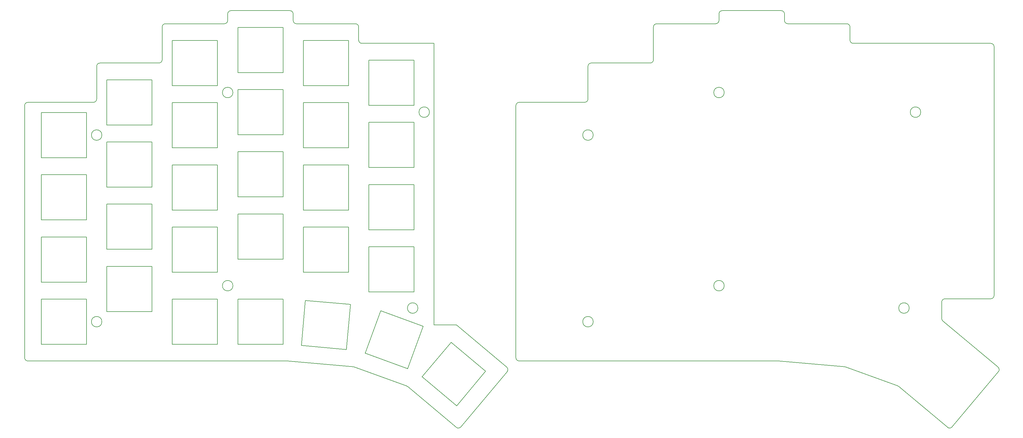
<source format=gbr>
%TF.GenerationSoftware,KiCad,Pcbnew,8.0.4*%
%TF.CreationDate,2024-08-10T13:46:29-06:00*%
%TF.ProjectId,top_bottom_plate,746f705f-626f-4747-946f-6d5f706c6174,0.1*%
%TF.SameCoordinates,Original*%
%TF.FileFunction,Profile,NP*%
%FSLAX46Y46*%
G04 Gerber Fmt 4.6, Leading zero omitted, Abs format (unit mm)*
G04 Created by KiCad (PCBNEW 8.0.4) date 2024-08-10 13:46:29*
%MOMM*%
%LPD*%
G01*
G04 APERTURE LIST*
%TA.AperFunction,Profile*%
%ADD10C,0.150000*%
%TD*%
G04 APERTURE END LIST*
D10*
X29000000Y-132000000D02*
X108002355Y-132000000D01*
X28000000Y-131000000D02*
X28000000Y-54000000D01*
X29000000Y-53000000D02*
X49000000Y-53000000D01*
X51000000Y-41000000D02*
X69000000Y-41000000D01*
X50000000Y-52000000D02*
X50000000Y-42000000D01*
X71000000Y-29000000D02*
X89000000Y-29000000D01*
X70000000Y-40000000D02*
X70000000Y-30000000D01*
X91000000Y-25000000D02*
X109000000Y-25000000D01*
X110000000Y-26000000D02*
X110000000Y-28000000D01*
X90000000Y-28000000D02*
X90000000Y-26000000D01*
X111000000Y-29000000D02*
X129000000Y-29000000D01*
X130000000Y-30000000D02*
X130000000Y-34000000D01*
X131000000Y-35000000D02*
X153000000Y-35000000D01*
X108089511Y-132003805D02*
X128457048Y-133785734D01*
X128711912Y-133842236D02*
X144613458Y-139629925D01*
X159842371Y-121000000D02*
X175189257Y-133877566D01*
X161171186Y-152139376D02*
X175312514Y-135286398D01*
X144914226Y-139803574D02*
X159762354Y-152262633D01*
X29000000Y-132000000D02*
G75*
G02*
X28000000Y-131000000I0J1000000D01*
G01*
X28000000Y-54000000D02*
G75*
G02*
X29000000Y-53000000I1000000J0D01*
G01*
X50000000Y-52000000D02*
G75*
G02*
X49000000Y-53000000I-1000000J0D01*
G01*
X50000000Y-42000000D02*
G75*
G02*
X51000000Y-41000000I1000000J0D01*
G01*
X70000000Y-40000000D02*
G75*
G02*
X69000000Y-41000000I-1000000J0D01*
G01*
X70000000Y-30000000D02*
G75*
G02*
X71000000Y-29000000I1000000J0D01*
G01*
X90000000Y-28000000D02*
G75*
G02*
X89000000Y-29000000I-1000000J0D01*
G01*
X90000000Y-26000000D02*
G75*
G02*
X91000000Y-25000000I1000000J0D01*
G01*
X109000000Y-25000000D02*
G75*
G02*
X110000000Y-26000000I0J-1000000D01*
G01*
X111000000Y-29000000D02*
G75*
G02*
X110000000Y-28000000I0J1000000D01*
G01*
X129000000Y-29000000D02*
G75*
G02*
X130000000Y-30000000I0J-1000000D01*
G01*
X131000000Y-35000000D02*
G75*
G02*
X130000000Y-34000000I0J1000000D01*
G01*
X175189257Y-133877566D02*
G75*
G02*
X175312506Y-135286391I-642757J-766034D01*
G01*
X161171186Y-152139376D02*
G75*
G02*
X159762316Y-152262679I-766086J642776D01*
G01*
X144613458Y-139629925D02*
G75*
G02*
X144914217Y-139803585I-342058J-939675D01*
G01*
X128457048Y-133785734D02*
G75*
G02*
X128711914Y-133842230I-87148J-996266D01*
G01*
X108002355Y-132000000D02*
G75*
G02*
X108089511Y-132003809I-55J-1000400D01*
G01*
X33100000Y-126900000D02*
X46900000Y-126900000D01*
X46900000Y-126900000D02*
X46900000Y-113100000D01*
X46900000Y-113100000D02*
X33100000Y-113100000D01*
X33100000Y-113100000D02*
X33100000Y-126900000D01*
X33100000Y-107900000D02*
X46900000Y-107900000D01*
X46900000Y-107900000D02*
X46900000Y-94100000D01*
X46900000Y-94100000D02*
X33100000Y-94100000D01*
X33100000Y-94100000D02*
X33100000Y-107900000D01*
X33100000Y-88900000D02*
X46900000Y-88900000D01*
X46900000Y-88900000D02*
X46900000Y-75100000D01*
X46900000Y-75100000D02*
X33100000Y-75100000D01*
X33100000Y-75100000D02*
X33100000Y-88900000D01*
X33100000Y-69900000D02*
X46900000Y-69900000D01*
X46900000Y-69900000D02*
X46900000Y-56100000D01*
X46900000Y-56100000D02*
X33100000Y-56100000D01*
X33100000Y-56100000D02*
X33100000Y-69900000D01*
X53100000Y-116900000D02*
X66900000Y-116900000D01*
X66900000Y-116900000D02*
X66900000Y-103100000D01*
X66900000Y-103100000D02*
X53100000Y-103100000D01*
X53100000Y-103100000D02*
X53100000Y-116900000D01*
X53100000Y-97900000D02*
X66900000Y-97900000D01*
X66900000Y-97900000D02*
X66900000Y-84100000D01*
X66900000Y-84100000D02*
X53100000Y-84100000D01*
X53100000Y-84100000D02*
X53100000Y-97900000D01*
X53100000Y-78900000D02*
X66900000Y-78900000D01*
X66900000Y-78900000D02*
X66900000Y-65100000D01*
X66900000Y-65100000D02*
X53100000Y-65100000D01*
X53100000Y-65100000D02*
X53100000Y-78900000D01*
X53100000Y-59900000D02*
X66900000Y-59900000D01*
X66900000Y-59900000D02*
X66900000Y-46100000D01*
X66900000Y-46100000D02*
X53100000Y-46100000D01*
X53100000Y-46100000D02*
X53100000Y-59900000D01*
X73100000Y-104900000D02*
X86900000Y-104900000D01*
X86900000Y-104900000D02*
X86900000Y-91100000D01*
X86900000Y-91100000D02*
X73100000Y-91100000D01*
X73100000Y-91100000D02*
X73100000Y-104900000D01*
X73100000Y-85900000D02*
X86900000Y-85900000D01*
X86900000Y-85900000D02*
X86900000Y-72100000D01*
X86900000Y-72100000D02*
X73100000Y-72100000D01*
X73100000Y-72100000D02*
X73100000Y-85900000D01*
X73100000Y-66900000D02*
X86900000Y-66900000D01*
X86900000Y-66900000D02*
X86900000Y-53100000D01*
X86900000Y-53100000D02*
X73100000Y-53100000D01*
X73100000Y-53100000D02*
X73100000Y-66900000D01*
X73100000Y-47900000D02*
X86900000Y-47900000D01*
X86900000Y-47900000D02*
X86900000Y-34100000D01*
X86900000Y-34100000D02*
X73100000Y-34100000D01*
X73100000Y-34100000D02*
X73100000Y-47900000D01*
X93100000Y-100900000D02*
X106900000Y-100900000D01*
X106900000Y-100900000D02*
X106900000Y-87100000D01*
X106900000Y-87100000D02*
X93100000Y-87100000D01*
X93100000Y-87100000D02*
X93100000Y-100900000D01*
X93100000Y-81900000D02*
X106900000Y-81900000D01*
X106900000Y-81900000D02*
X106900000Y-68100000D01*
X106900000Y-68100000D02*
X93100000Y-68100000D01*
X93100000Y-68100000D02*
X93100000Y-81900000D01*
X93100000Y-62900000D02*
X106900000Y-62900000D01*
X106900000Y-62900000D02*
X106900000Y-49100000D01*
X106900000Y-49100000D02*
X93100000Y-49100000D01*
X93100000Y-49100000D02*
X93100000Y-62900000D01*
X93100000Y-43900000D02*
X106900000Y-43900000D01*
X106900000Y-43900000D02*
X106900000Y-30100000D01*
X106900000Y-30100000D02*
X93100000Y-30100000D01*
X93100000Y-30100000D02*
X93100000Y-43900000D01*
X113100000Y-104900000D02*
X126900000Y-104900000D01*
X126900000Y-104900000D02*
X126900000Y-91100000D01*
X126900000Y-91100000D02*
X113100000Y-91100000D01*
X113100000Y-91100000D02*
X113100000Y-104900000D01*
X113100000Y-85900000D02*
X126900000Y-85900000D01*
X126900000Y-85900000D02*
X126900000Y-72100000D01*
X126900000Y-72100000D02*
X113100000Y-72100000D01*
X113100000Y-72100000D02*
X113100000Y-85900000D01*
X113100000Y-66900000D02*
X126900000Y-66900000D01*
X126900000Y-66900000D02*
X126900000Y-53100000D01*
X126900000Y-53100000D02*
X113100000Y-53100000D01*
X113100000Y-53100000D02*
X113100000Y-66900000D01*
X113100000Y-47900000D02*
X126900000Y-47900000D01*
X126900000Y-47900000D02*
X126900000Y-34100000D01*
X126900000Y-34100000D02*
X113100000Y-34100000D01*
X113100000Y-34100000D02*
X113100000Y-47900000D01*
X133100000Y-110900000D02*
X146900000Y-110900000D01*
X146900000Y-110900000D02*
X146900000Y-97100000D01*
X146900000Y-97100000D02*
X133100000Y-97100000D01*
X133100000Y-97100000D02*
X133100000Y-110900000D01*
X133100000Y-91900000D02*
X146900000Y-91900000D01*
X146900000Y-91900000D02*
X146900000Y-78100000D01*
X146900000Y-78100000D02*
X133100000Y-78100000D01*
X133100000Y-78100000D02*
X133100000Y-91900000D01*
X133100000Y-72900000D02*
X146900000Y-72900000D01*
X146900000Y-72900000D02*
X146900000Y-59100000D01*
X146900000Y-59100000D02*
X133100000Y-59100000D01*
X133100000Y-59100000D02*
X133100000Y-72900000D01*
X133100000Y-53900000D02*
X146900000Y-53900000D01*
X146900000Y-53900000D02*
X146900000Y-40100000D01*
X146900000Y-40100000D02*
X133100000Y-40100000D01*
X133100000Y-40100000D02*
X133100000Y-53900000D01*
X73100000Y-126900000D02*
X86900000Y-126900000D01*
X86900000Y-126900000D02*
X86900000Y-113100000D01*
X86900000Y-113100000D02*
X73100000Y-113100000D01*
X73100000Y-113100000D02*
X73100000Y-126900000D01*
X93100000Y-126900000D02*
X106900000Y-126900000D01*
X106900000Y-126900000D02*
X106900000Y-113100000D01*
X106900000Y-113100000D02*
X93100000Y-113100000D01*
X93100000Y-113100000D02*
X93100000Y-126900000D01*
X112524882Y-127272369D02*
X126272369Y-128475118D01*
X126272369Y-128475118D02*
X127475118Y-114727631D01*
X127475118Y-114727631D02*
X113727631Y-113524882D01*
X113727631Y-113524882D02*
X112524882Y-127272369D01*
X131996574Y-129610449D02*
X144964332Y-134330327D01*
X144964332Y-134330327D02*
X149684210Y-121362568D01*
X149684210Y-121362568D02*
X136716452Y-116642690D01*
X136716452Y-116642690D02*
X131996574Y-129610449D01*
X149328376Y-136849908D02*
X159899789Y-145720377D01*
X159899789Y-145720377D02*
X168770258Y-135148964D01*
X168770258Y-135148964D02*
X158198845Y-126278495D01*
X158198845Y-126278495D02*
X149328376Y-136849908D01*
X51600000Y-120000000D02*
G75*
G02*
X48400000Y-120000000I-1600000J0D01*
G01*
X48400000Y-120000000D02*
G75*
G02*
X51600000Y-120000000I1600000J0D01*
G01*
X51600000Y-63000000D02*
G75*
G02*
X48400000Y-63000000I-1600000J0D01*
G01*
X48400000Y-63000000D02*
G75*
G02*
X51600000Y-63000000I1600000J0D01*
G01*
X91600000Y-109000000D02*
G75*
G02*
X88400000Y-109000000I-1600000J0D01*
G01*
X88400000Y-109000000D02*
G75*
G02*
X91600000Y-109000000I1600000J0D01*
G01*
X91600000Y-50000000D02*
G75*
G02*
X88400000Y-50000000I-1600000J0D01*
G01*
X88400000Y-50000000D02*
G75*
G02*
X91600000Y-50000000I1600000J0D01*
G01*
X148081999Y-115833930D02*
G75*
G02*
X144881999Y-115833930I-1600000J0D01*
G01*
X144881999Y-115833930D02*
G75*
G02*
X148081999Y-115833930I1600000J0D01*
G01*
X151600000Y-56000000D02*
G75*
G02*
X148400000Y-56000000I-1600000J0D01*
G01*
X148400000Y-56000000D02*
G75*
G02*
X151600000Y-56000000I1600000J0D01*
G01*
X153000000Y-121000000D02*
X159842371Y-121000000D01*
X153000000Y-35000000D02*
X153000000Y-121000000D01*
X179000000Y-132000000D02*
X258002355Y-132000000D01*
X178000000Y-131000000D02*
X178000000Y-54000000D01*
X179000000Y-53000000D02*
X199000000Y-53000000D01*
X201000000Y-41000000D02*
X219000000Y-41000000D01*
X200000000Y-52000000D02*
X200000000Y-42000000D01*
X221000000Y-29000000D02*
X239000000Y-29000000D01*
X220000000Y-40000000D02*
X220000000Y-30000000D01*
X241000000Y-25000000D02*
X259000000Y-25000000D01*
X260000000Y-26000000D02*
X260000000Y-28000000D01*
X240000000Y-28000000D02*
X240000000Y-26000000D01*
X261000000Y-29000000D02*
X279000000Y-29000000D01*
X280000000Y-30000000D02*
X280000000Y-34000000D01*
X308000000Y-114000000D02*
X308000000Y-118987759D01*
X324000000Y-112000000D02*
X324000000Y-36000000D01*
X323000000Y-113000000D02*
X309000000Y-113000000D01*
X281000000Y-35000000D02*
X323000000Y-35000000D01*
X258089511Y-132003805D02*
X278457048Y-133785734D01*
X278711912Y-133842236D02*
X294613458Y-139629925D01*
X308357212Y-119753804D02*
X325189257Y-133877566D01*
X311171186Y-152139376D02*
X325312514Y-135286398D01*
X294914226Y-139803574D02*
X309762354Y-152262633D01*
X179000000Y-132000000D02*
G75*
G02*
X178000000Y-131000000I0J1000000D01*
G01*
X178000000Y-54000000D02*
G75*
G02*
X179000000Y-53000000I1000000J0D01*
G01*
X200000000Y-52000000D02*
G75*
G02*
X199000000Y-53000000I-1000000J0D01*
G01*
X200000000Y-42000000D02*
G75*
G02*
X201000000Y-41000000I1000000J0D01*
G01*
X220000000Y-40000000D02*
G75*
G02*
X219000000Y-41000000I-1000000J0D01*
G01*
X220000000Y-30000000D02*
G75*
G02*
X221000000Y-29000000I1000000J0D01*
G01*
X240000000Y-28000000D02*
G75*
G02*
X239000000Y-29000000I-1000000J0D01*
G01*
X240000000Y-26000000D02*
G75*
G02*
X241000000Y-25000000I1000000J0D01*
G01*
X259000000Y-25000000D02*
G75*
G02*
X260000000Y-26000000I0J-1000000D01*
G01*
X261000000Y-29000000D02*
G75*
G02*
X260000000Y-28000000I0J1000000D01*
G01*
X279000000Y-29000000D02*
G75*
G02*
X280000000Y-30000000I0J-1000000D01*
G01*
X281000000Y-35000000D02*
G75*
G02*
X280000000Y-34000000I0J1000000D01*
G01*
X323000000Y-35000000D02*
G75*
G02*
X324000000Y-36000000I0J-1000000D01*
G01*
X324000000Y-112000000D02*
G75*
G02*
X323000000Y-113000000I-1000000J0D01*
G01*
X308000000Y-114000000D02*
G75*
G02*
X309000000Y-113000000I1000000J0D01*
G01*
X308357212Y-119753804D02*
G75*
G02*
X308000031Y-118987759I642788J766004D01*
G01*
X325189257Y-133877566D02*
G75*
G02*
X325312506Y-135286391I-642757J-766034D01*
G01*
X311171186Y-152139376D02*
G75*
G02*
X309762316Y-152262679I-766086J642776D01*
G01*
X294613458Y-139629925D02*
G75*
G02*
X294914217Y-139803585I-342058J-939675D01*
G01*
X278457048Y-133785734D02*
G75*
G02*
X278711914Y-133842230I-87148J-996266D01*
G01*
X258002355Y-132000000D02*
G75*
G02*
X258089511Y-132003809I-55J-1000400D01*
G01*
X201600000Y-120000000D02*
G75*
G02*
X198400000Y-120000000I-1600000J0D01*
G01*
X198400000Y-120000000D02*
G75*
G02*
X201600000Y-120000000I1600000J0D01*
G01*
X201600000Y-63000000D02*
G75*
G02*
X198400000Y-63000000I-1600000J0D01*
G01*
X198400000Y-63000000D02*
G75*
G02*
X201600000Y-63000000I1600000J0D01*
G01*
X241600000Y-109000000D02*
G75*
G02*
X238400000Y-109000000I-1600000J0D01*
G01*
X238400000Y-109000000D02*
G75*
G02*
X241600000Y-109000000I1600000J0D01*
G01*
X241600000Y-50000000D02*
G75*
G02*
X238400000Y-50000000I-1600000J0D01*
G01*
X238400000Y-50000000D02*
G75*
G02*
X241600000Y-50000000I1600000J0D01*
G01*
X298081999Y-115833930D02*
G75*
G02*
X294881999Y-115833930I-1600000J0D01*
G01*
X294881999Y-115833930D02*
G75*
G02*
X298081999Y-115833930I1600000J0D01*
G01*
X301600000Y-56000000D02*
G75*
G02*
X298400000Y-56000000I-1600000J0D01*
G01*
X298400000Y-56000000D02*
G75*
G02*
X301600000Y-56000000I1600000J0D01*
G01*
M02*

</source>
